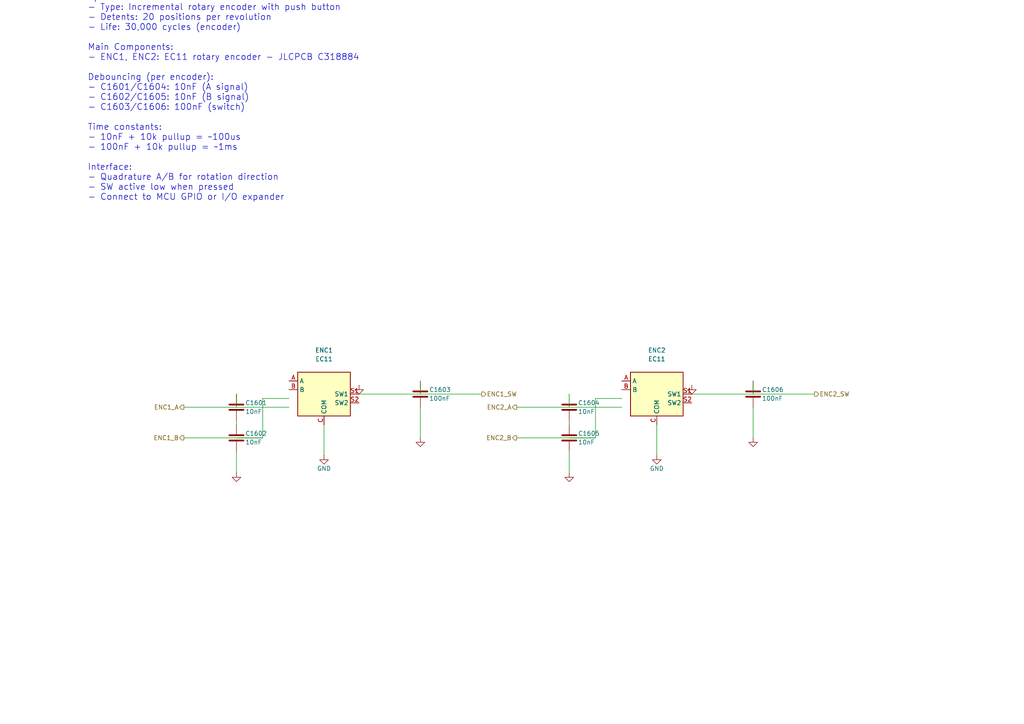
<source format=kicad_sch>
(kicad_sch (version 20231120) (generator "eeschema") (generator_version "8.0")
  (paper "A4")
  (title_block (title "Section 16: Rotary Encoders") (date "2026-01-29") (rev "1.0") (company "IMSAFE Project") (comment 1 "EC11 Rotary Encoders with Push Button") (comment 2 "Hardware debouncing with RC filters"))
  (lib_symbols
    (symbol "Device:C" (pin_numbers hide) (pin_names (offset 0.254))
      (property "Reference" "C" (at 0.635 2.54 0))
      (property "Value" "C" (at 0.635 -2.54 0))
      (symbol "C_0_1"
        (polyline (pts (xy -2.032 -0.762) (xy 2.032 -0.762)) (stroke (width 0.508)))
        (polyline (pts (xy -2.032 0.762) (xy 2.032 0.762)) (stroke (width 0.508)))
      )
      (symbol "C_1_1"
        (pin passive line (at 0 3.81 270) (length 2.794) (name "~") (number "1"))
        (pin passive line (at 0 -3.81 90) (length 2.794) (name "~") (number "2"))
      )
    )
    (symbol "power:GND" (power) (pin_numbers hide) (pin_names (offset 0) hide)
      (property "Value" "GND" (at 0 -3.81 0))
      (symbol "GND_0_1"
        (polyline (pts (xy 0 0) (xy 0 -1.27) (xy 1.27 -1.27) (xy 0 -2.54) (xy -1.27 -1.27) (xy 0 -1.27)))
      )
      (symbol "GND_1_1"
        (pin power_in line (at 0 0 270) (length 0) (name "GND") (number "1"))
      )
    )
    (symbol "Switch:EC11"
      (property "Reference" "ENC" (at 0 10.16 0))
      (property "Value" "EC11" (at 0 7.62 0))
      (symbol "EC11_0_1"
        (rectangle (start -7.62 6.35) (end 7.62 -6.35) (stroke (width 0.254)) (fill (type background)))
      )
      (symbol "EC11_1_1"
        (pin output line (at -10.16 3.81 0) (length 2.54) (name "A") (number "A"))
        (pin output line (at -10.16 1.27 0) (length 2.54) (name "B") (number "B"))
        (pin passive line (at 0 -8.89 90) (length 2.54) (name "COM") (number "C"))
        (pin passive line (at 10.16 0 180) (length 2.54) (name "SW1") (number "S1"))
        (pin passive line (at 10.16 -2.54 180) (length 2.54) (name "SW2") (number "S2"))
      )
    )
  )
  (text "EC11 Rotary Encoders with Push Button\n\nSpecifications:\n- Type: Incremental rotary encoder with push button\n- Detents: 20 positions per revolution\n- Life: 30,000 cycles (encoder)\n\nMain Components:\n- ENC1, ENC2: EC11 rotary encoder - JLCPCB C318884\n\nDebouncing (per encoder):\n- C1601/C1604: 10nF (A signal)\n- C1602/C1605: 10nF (B signal)\n- C1603/C1606: 100nF (switch)\n\nTime constants:\n- 10nF + 10k pullup = ~100us\n- 100nF + 10k pullup = ~1ms\n\nInterface:\n- Quadrature A/B for rotation direction\n- SW active low when pressed\n- Connect to MCU GPIO or I/O expander" (at 25.4 25.4 0) (effects (font (size 1.8 1.8)) (justify left)))
  (symbol (lib_id "Switch:EC11") (at 93.98 114.3 0) (unit 1)
    (property "Reference" "ENC1" (at 93.98 101.6 0))
    (property "Value" "EC11" (at 93.98 104.14 0))
    (property "Footprint" "Rotary_Encoder:RotaryEncoder_Alps_EC11E-Switch_Vertical_H20mm" (effects hide))
    (property "JLCPCB" "C318884" (effects hide))
  )
  (symbol (lib_id "Switch:EC11") (at 190.5 114.3 0) (unit 1)
    (property "Reference" "ENC2" (at 190.5 101.6 0))
    (property "Value" "EC11" (at 190.5 104.14 0))
    (property "Footprint" "Rotary_Encoder:RotaryEncoder_Alps_EC11E-Switch_Vertical_H20mm" (effects hide))
    (property "JLCPCB" "C318884" (effects hide))
  )
  (symbol (lib_id "Device:C") (at 68.58 118.11 0) (unit 1)
    (property "Reference" "C1601" (at 71.12 116.84 0) (effects (justify left)))
    (property "Value" "10nF" (at 71.12 119.38 0) (effects (justify left)))
    (property "Footprint" "Capacitor_SMD:C_0603_1608Metric" (effects hide))
    (property "JLCPCB" "C57112" (effects hide))
  )
  (symbol (lib_id "Device:C") (at 68.58 127 0) (unit 1)
    (property "Reference" "C1602" (at 71.12 125.73 0) (effects (justify left)))
    (property "Value" "10nF" (at 71.12 128.27 0) (effects (justify left)))
    (property "Footprint" "Capacitor_SMD:C_0603_1608Metric" (effects hide))
    (property "JLCPCB" "C57112" (effects hide))
  )
  (symbol (lib_id "Device:C") (at 121.92 114.3 0) (unit 1)
    (property "Reference" "C1603" (at 124.46 113.03 0) (effects (justify left)))
    (property "Value" "100nF" (at 124.46 115.57 0) (effects (justify left)))
    (property "Footprint" "Capacitor_SMD:C_0603_1608Metric" (effects hide))
    (property "JLCPCB" "C14663" (effects hide))
  )
  (symbol (lib_id "Device:C") (at 165.1 118.11 0) (unit 1)
    (property "Reference" "C1604" (at 167.64 116.84 0) (effects (justify left)))
    (property "Value" "10nF" (at 167.64 119.38 0) (effects (justify left)))
    (property "Footprint" "Capacitor_SMD:C_0603_1608Metric" (effects hide))
    (property "JLCPCB" "C57112" (effects hide))
  )
  (symbol (lib_id "Device:C") (at 165.1 127 0) (unit 1)
    (property "Reference" "C1605" (at 167.64 125.73 0) (effects (justify left)))
    (property "Value" "10nF" (at 167.64 128.27 0) (effects (justify left)))
    (property "Footprint" "Capacitor_SMD:C_0603_1608Metric" (effects hide))
    (property "JLCPCB" "C57112" (effects hide))
  )
  (symbol (lib_id "Device:C") (at 218.44 114.3 0) (unit 1)
    (property "Reference" "C1606" (at 220.98 113.03 0) (effects (justify left)))
    (property "Value" "100nF" (at 220.98 115.57 0) (effects (justify left)))
    (property "Footprint" "Capacitor_SMD:C_0603_1608Metric" (effects hide))
    (property "JLCPCB" "C14663" (effects hide))
  )
  (symbol (lib_id "power:GND") (at 93.98 132.08 0) (unit 1)
    (property "Reference" "#PWR1601" (effects hide))
    (property "Value" "GND" (at 93.98 135.89 0))
  )
  (symbol (lib_id "power:GND") (at 190.5 132.08 0) (unit 1)
    (property "Reference" "#PWR1602" (effects hide))
    (property "Value" "GND" (at 190.5 135.89 0))
  )
  (symbol (lib_id "power:GND") (at 68.58 137.16 0) (unit 1)
    (property "Reference" "#PWR1603" (effects hide))
    (property "Value" "GND" (effects hide))
  )
  (symbol (lib_id "power:GND") (at 121.92 127 0) (unit 1)
    (property "Reference" "#PWR1604" (effects hide))
    (property "Value" "GND" (effects hide))
  )
  (symbol (lib_id "power:GND") (at 165.1 137.16 0) (unit 1)
    (property "Reference" "#PWR1605" (effects hide))
    (property "Value" "GND" (effects hide))
  )
  (symbol (lib_id "power:GND") (at 218.44 127 0) (unit 1)
    (property "Reference" "#PWR1606" (effects hide))
    (property "Value" "GND" (effects hide))
  )
  (symbol (lib_id "power:GND") (at 104.14 111.76 0) (unit 1)
    (property "Reference" "#PWR1607" (effects hide))
    (property "Value" "GND" (effects hide))
  )
  (symbol (lib_id "power:GND") (at 200.66 111.76 0) (unit 1)
    (property "Reference" "#PWR1608" (effects hide))
    (property "Value" "GND" (effects hide))
  )
  (wire (pts (xy 93.98 123.19) (xy 93.98 132.08)))
  (wire (pts (xy 190.5 123.19) (xy 190.5 132.08)))
  (wire (pts (xy 83.82 118.11) (xy 68.58 118.11)))
  (wire (pts (xy 68.58 114.3) (xy 68.58 118.11)))
  (wire (pts (xy 68.58 121.92) (xy 68.58 123.19)))
  (wire (pts (xy 68.58 130.81) (xy 68.58 137.16)))
  (wire (pts (xy 83.82 115.57) (xy 76.2 115.57)))
  (wire (pts (xy 76.2 115.57) (xy 76.2 127)))
  (wire (pts (xy 76.2 127) (xy 68.58 127)))
  (wire (pts (xy 104.14 114.3) (xy 121.92 114.3)))
  (wire (pts (xy 121.92 110.49) (xy 121.92 114.3)))
  (wire (pts (xy 121.92 118.11) (xy 121.92 127)))
  (wire (pts (xy 180.34 118.11) (xy 165.1 118.11)))
  (wire (pts (xy 165.1 114.3) (xy 165.1 118.11)))
  (wire (pts (xy 165.1 121.92) (xy 165.1 123.19)))
  (wire (pts (xy 165.1 130.81) (xy 165.1 137.16)))
  (wire (pts (xy 180.34 115.57) (xy 172.72 115.57)))
  (wire (pts (xy 172.72 115.57) (xy 172.72 127)))
  (wire (pts (xy 172.72 127) (xy 165.1 127)))
  (wire (pts (xy 200.66 114.3) (xy 218.44 114.3)))
  (wire (pts (xy 218.44 110.49) (xy 218.44 114.3)))
  (wire (pts (xy 218.44 118.11) (xy 218.44 127)))
  (wire (pts (xy 68.58 118.11) (xy 55.88 118.11)))
  (wire (pts (xy 76.2 127) (xy 55.88 127)))
  (wire (pts (xy 121.92 114.3) (xy 137.16 114.3)))
  (wire (pts (xy 165.1 118.11) (xy 152.4 118.11)))
  (wire (pts (xy 172.72 127) (xy 152.4 127)))
  (wire (pts (xy 218.44 114.3) (xy 233.68 114.3)))
  (hierarchical_label "ENC1_A" (shape output) (at 53.34 118.11 180))
  (hierarchical_label "ENC1_B" (shape output) (at 53.34 127 180))
  (hierarchical_label "ENC1_SW" (shape output) (at 139.7 114.3 0))
  (hierarchical_label "ENC2_A" (shape output) (at 149.86 118.11 180))
  (hierarchical_label "ENC2_B" (shape output) (at 149.86 127 180))
  (hierarchical_label "ENC2_SW" (shape output) (at 236.22 114.3 0))
  (wire (pts (xy 53.34 118.11) (xy 55.88 118.11)))
  (wire (pts (xy 53.34 127) (xy 55.88 127)))
  (wire (pts (xy 137.16 114.3) (xy 139.7 114.3)))
  (wire (pts (xy 149.86 118.11) (xy 152.4 118.11)))
  (wire (pts (xy 149.86 127) (xy 152.4 127)))
  (wire (pts (xy 233.68 114.3) (xy 236.22 114.3)))
)
</source>
